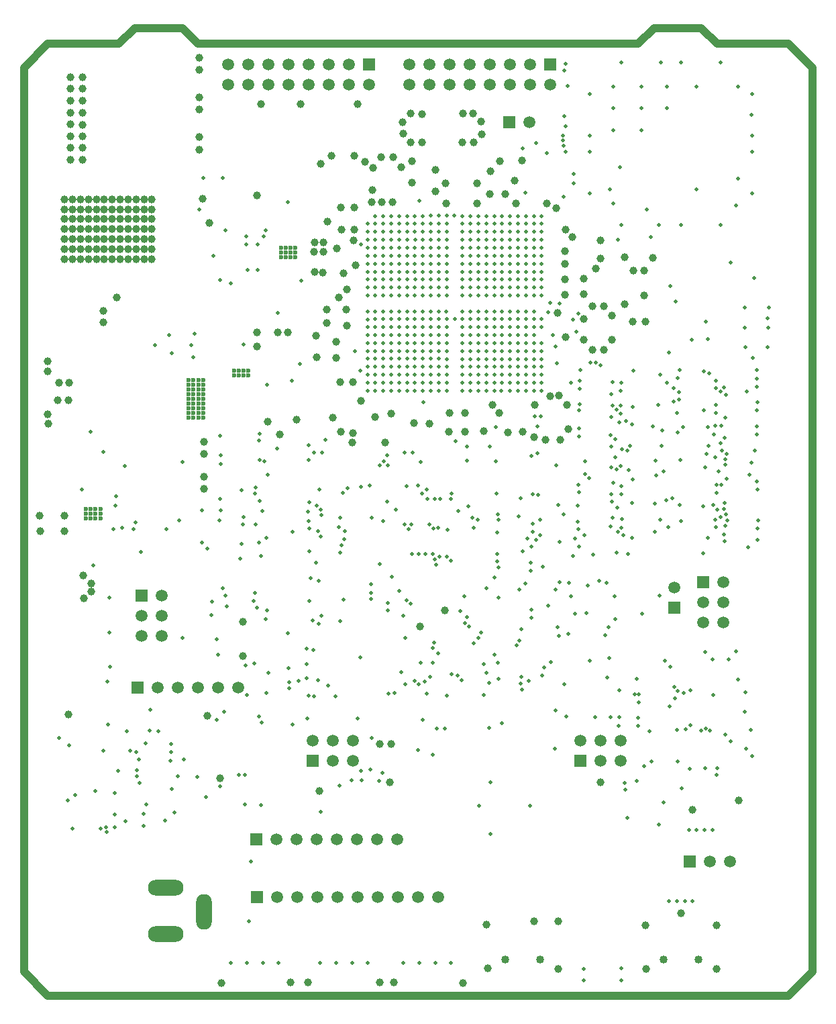
<source format=gbr>
G04 #@! TF.GenerationSoftware,KiCad,Pcbnew,5.0.0-rc2-dev-unknown-9f5316e~63~ubuntu17.10.1*
G04 #@! TF.CreationDate,2018-04-23T17:13:08+02:00*
G04 #@! TF.ProjectId,Cryptech Alpha,437279707465636820416C7068612E6B,rev?*
G04 #@! TF.SameCoordinates,Original*
G04 #@! TF.FileFunction,Copper,L7,Inr,Plane*
G04 #@! TF.FilePolarity,Positive*
%FSLAX46Y46*%
G04 Gerber Fmt 4.6, Leading zero omitted, Abs format (unit mm)*
G04 Created by KiCad (PCBNEW 5.0.0-rc2-dev-unknown-9f5316e~63~ubuntu17.10.1) date Mon Apr 23 17:13:08 2018*
%MOMM*%
%LPD*%
G01*
G04 APERTURE LIST*
%ADD10C,1.500000*%
%ADD11R,1.500000X1.500000*%
%ADD12C,1.016000*%
%ADD13O,2.000000X4.500000*%
%ADD14O,4.500000X2.000000*%
%ADD15C,0.500000*%
%ADD16C,1.000000*%
%ADD17C,0.600000*%
%ADD18C,1.000000*%
G04 APERTURE END LIST*
D10*
X36580000Y-6000000D03*
X54360000Y-6000000D03*
X51820000Y-6000000D03*
X49280000Y-6000000D03*
X46740000Y-6000000D03*
X44200000Y-6000000D03*
X41660000Y-6000000D03*
X39120000Y-6000000D03*
X34040000Y-6000000D03*
D11*
X31500000Y-6000000D03*
X84160740Y30530000D03*
D10*
X84160740Y33070000D03*
D12*
X67209800Y-13884000D03*
X62800000Y-13884000D03*
X82800000Y-13884000D03*
X87209800Y-13884000D03*
D10*
X29133790Y20421600D03*
X26593790Y20421600D03*
X24053790Y20421600D03*
X21513790Y20421600D03*
X18973790Y20421600D03*
D11*
X16433790Y20421600D03*
X38506390Y11252200D03*
D10*
X38506390Y13792200D03*
X41046390Y11252200D03*
X41046390Y13792200D03*
X43586390Y11252200D03*
X43586390Y13792200D03*
X77444590Y13792200D03*
X77444590Y11252200D03*
X74904590Y13792200D03*
X74904590Y11252200D03*
X72364590Y13792200D03*
D11*
X72364590Y11252200D03*
D13*
X24800000Y-7800000D03*
D14*
X20000000Y-10600000D03*
X20000000Y-4800000D03*
D10*
X65916800Y91744800D03*
D11*
X63376800Y91744800D03*
X87847000Y33705800D03*
D10*
X90387000Y33705800D03*
X87847000Y31165800D03*
X90387000Y31165800D03*
X87847000Y28625800D03*
X90387000Y28625800D03*
X91219330Y-1500000D03*
X88679330Y-1500000D03*
D11*
X86139330Y-1500000D03*
X16980000Y32015000D03*
D10*
X19520000Y32015000D03*
X16980000Y29475000D03*
X19520000Y29475000D03*
X16980000Y26935000D03*
X19520000Y26935000D03*
X49190000Y1300000D03*
D11*
X31410000Y1300000D03*
D10*
X33950000Y1300000D03*
X36490000Y1300000D03*
X39030000Y1300000D03*
X41570000Y1300000D03*
X44110000Y1300000D03*
X46650000Y1300000D03*
X50692990Y96494600D03*
X50692990Y99034600D03*
X53232990Y96494600D03*
X53232990Y99034600D03*
X55772990Y96494600D03*
X55772990Y99034600D03*
X58312990Y96494600D03*
X58312990Y99034600D03*
X60852990Y96494600D03*
X60852990Y99034600D03*
X63392990Y96494600D03*
X63392990Y99034600D03*
X65932990Y96494600D03*
X65932990Y99034600D03*
X68472990Y96494600D03*
D11*
X68472990Y99034600D03*
X45689190Y99034600D03*
D10*
X45689190Y96494600D03*
X43149190Y99034600D03*
X43149190Y96494600D03*
X40609190Y99034600D03*
X40609190Y96494600D03*
X38069190Y99034600D03*
X38069190Y96494600D03*
X35529190Y99034600D03*
X35529190Y96494600D03*
X32989190Y99034600D03*
X32989190Y96494600D03*
X30449190Y99034600D03*
X30449190Y96494600D03*
X27909190Y99034600D03*
X27909190Y96494600D03*
D15*
X84500000Y-6500000D03*
X72725000Y-16500000D03*
X83500000Y-6500000D03*
X72750000Y-15000000D03*
X85500000Y-6500000D03*
X77496220Y-14963590D03*
X86500000Y-6500000D03*
X77496220Y-16469460D03*
X66000000Y5500000D03*
D16*
X60660000Y-14963590D03*
X80500000Y-9536420D03*
X89500000Y-15000000D03*
X89487400Y-9500000D03*
X80660000Y-15067780D03*
X69488400Y-15000000D03*
X69488400Y-9000000D03*
X60500000Y-9413610D03*
X85000000Y-8000000D03*
X66500000Y-9000000D03*
X35750000Y-16750000D03*
X57500000Y-16800000D03*
X48750000Y-16750000D03*
X47000000Y-16750000D03*
X37982000Y-16750000D03*
X27000000Y-16800000D03*
D15*
X30530800Y-9000000D03*
X30750000Y-1500000D03*
X8250000Y2654120D03*
X11772170Y2692730D03*
D16*
X43593770Y52492120D03*
D15*
X84554130Y15100740D03*
X87550000Y15025000D03*
X88679330Y15000730D03*
X89125000Y19525000D03*
X12100590Y12500610D03*
X16700000Y8425000D03*
X13550000Y4400000D03*
X11125000Y7400000D03*
X88993380Y2527420D03*
X87997700Y2527420D03*
X86998520Y2477410D03*
X86000000Y2477410D03*
X53950000Y44200000D03*
X54627670Y44227160D03*
X58700000Y41823870D03*
X58827870Y40551980D03*
X47427310Y41402020D03*
X95952200Y63352200D03*
X96152200Y68401800D03*
X95952200Y67001800D03*
X96052200Y65834400D03*
X15550000Y12450000D03*
X17425000Y13425000D03*
X16275000Y12325000D03*
X13600000Y7175000D03*
X17512500Y5687500D03*
X45500000Y-14250000D03*
X41500000Y-14250000D03*
X39500000Y-14250000D03*
X43500000Y-14250000D03*
X34250000Y-14250000D03*
X30255000Y-14250000D03*
X28250000Y-14250000D03*
X32250000Y-14250000D03*
X52000000Y-14250000D03*
X56000000Y-14250000D03*
X54000000Y-14250000D03*
X50000000Y-14250000D03*
D16*
X8000000Y88514570D03*
X9500000Y88494600D03*
X9500000Y87000000D03*
X8000000Y87019970D03*
X8000000Y91439570D03*
X9500000Y91419600D03*
X9500000Y89925000D03*
X8000000Y89944970D03*
X8000000Y94439570D03*
X9500000Y94419600D03*
X9500000Y92925000D03*
X8000000Y92944970D03*
X8000000Y95944970D03*
X9500000Y95925000D03*
X9500000Y97419600D03*
X8000000Y97439570D03*
D15*
X85575000Y15200000D03*
X86229210Y15700770D03*
X50446300Y77889100D03*
X48440000Y69888100D03*
X47449000Y69888100D03*
X46433100Y69888100D03*
X58453420Y69892820D03*
X54434100Y69888100D03*
X54434100Y67889500D03*
X54434100Y66889500D03*
X54434100Y70904100D03*
X53443500Y69888100D03*
X59453420Y67884780D03*
X53443500Y66889500D03*
X53443500Y70904100D03*
X52452900Y69888100D03*
X53443500Y71894700D03*
X53443500Y65889500D03*
X54434100Y72885300D03*
X52452900Y71894700D03*
X53443500Y72885300D03*
X52452900Y65889500D03*
X53443500Y64889500D03*
X51436900Y69888100D03*
X51436900Y67889500D03*
X51436900Y70904100D03*
X54434100Y73901300D03*
X52452900Y72885300D03*
X53443500Y63889500D03*
X51436900Y65889500D03*
X50446300Y67889500D03*
X62453420Y69892820D03*
X62453420Y67884780D03*
X52452900Y63889500D03*
X50446300Y66889500D03*
X58448700Y74891900D03*
X50446300Y70904100D03*
X54434100Y74891900D03*
X52452900Y73901300D03*
X62448700Y70904100D03*
X51436900Y64889500D03*
X50446300Y71894700D03*
X50446300Y65889500D03*
X59448700Y74891900D03*
X62448700Y71894700D03*
X62453420Y65884780D03*
X51436900Y63889500D03*
X51436900Y73901300D03*
X49455700Y67889500D03*
X50446300Y72885300D03*
X52452900Y62889500D03*
X50446300Y64889500D03*
X60448700Y74891900D03*
X63453420Y69892820D03*
X62453420Y64884770D03*
X58448700Y75882500D03*
X49455700Y70904100D03*
X58453420Y61884780D03*
X63453420Y66884780D03*
X54434100Y61889500D03*
X53443500Y61889500D03*
X63448700Y71894700D03*
X63453420Y65884780D03*
X61448700Y74891900D03*
X61453430Y62884780D03*
X62453420Y63884770D03*
X50446300Y73901300D03*
X51436900Y62889500D03*
X49455700Y72885300D03*
X49455700Y64889500D03*
X60448700Y75882500D03*
X52452900Y61889500D03*
X63448700Y72885300D03*
X64453420Y69892820D03*
X57448700Y76898500D03*
X64453420Y66884780D03*
X64448700Y70904100D03*
X48439700Y66889500D03*
X58448700Y76898500D03*
X48439700Y70904100D03*
X50446300Y62889500D03*
X62448700Y74891900D03*
X62453420Y62884780D03*
X49455700Y63889500D03*
X49455700Y73901300D03*
X51436900Y75882500D03*
X64448700Y71894700D03*
X59453420Y60884780D03*
X64453420Y65884780D03*
X63453420Y63884770D03*
X48439700Y71894700D03*
X48439700Y65889500D03*
X59448700Y76898500D03*
X52452900Y60889500D03*
X64448700Y72885300D03*
X48439700Y72885300D03*
X48439700Y64889500D03*
X49455700Y74891900D03*
X49455700Y62889500D03*
X62448700Y75882500D03*
X57448700Y77889100D03*
X65453430Y69892820D03*
X65453430Y67884780D03*
X47449100Y66889500D03*
X65453430Y66884780D03*
X65448700Y70904100D03*
X61453430Y60884780D03*
X64453420Y63884770D03*
X61448700Y76898500D03*
X64448700Y73901300D03*
X47449100Y71894700D03*
X47449100Y65889500D03*
X59448700Y77889100D03*
X59453420Y59884770D03*
X49455700Y75882500D03*
X47449100Y72885300D03*
X60448700Y77889100D03*
X65448700Y72885300D03*
X60453420Y59884770D03*
X65453430Y64884770D03*
X64448700Y74891900D03*
X62453420Y60884780D03*
X48439700Y74891900D03*
X62448700Y76898500D03*
X66453420Y67884780D03*
X46433100Y67889500D03*
X57448700Y78905100D03*
X47449100Y63889500D03*
X61448700Y77889100D03*
X47449100Y73901300D03*
X58453420Y58884780D03*
X66453420Y66884780D03*
X66448700Y70904100D03*
X65453430Y63884770D03*
X65448700Y73901300D03*
X58448700Y78905100D03*
X46433100Y70904100D03*
X66448700Y71894700D03*
X66453420Y65884780D03*
X46433100Y71894700D03*
X59448700Y78905100D03*
X48439700Y75882500D03*
X63453420Y60884780D03*
X63448700Y76898500D03*
X47449100Y74891900D03*
X66448700Y72885300D03*
X65448700Y74891900D03*
X66453420Y64884770D03*
X60448700Y78905100D03*
X67453420Y69892820D03*
X45442500Y67889500D03*
X66448700Y73901300D03*
X46433100Y63889500D03*
X61448700Y78905100D03*
X46433100Y73901300D03*
X58448700Y79895700D03*
X45442500Y70904100D03*
X67448700Y70904100D03*
X64453420Y60884780D03*
X65448700Y75882500D03*
X63448700Y77889100D03*
X45442500Y71894700D03*
X67448700Y71894700D03*
X67453420Y65884780D03*
X46433100Y74891900D03*
X50446300Y78905100D03*
X46433100Y62889500D03*
X62448700Y78905100D03*
X45442500Y72885300D03*
X60448700Y79895700D03*
X64448700Y77889100D03*
X47449100Y76898500D03*
X48439700Y77889100D03*
X45442500Y73901300D03*
X67448700Y73901300D03*
X66448700Y75882500D03*
X46433100Y75882500D03*
X63448700Y78905100D03*
X67448700Y74891900D03*
X62448700Y79895700D03*
X66448700Y76898500D03*
X46433100Y60889500D03*
X64448700Y78905100D03*
X46433100Y76898500D03*
X45442500Y75882500D03*
X67448700Y75882500D03*
X45442500Y61889500D03*
X66448700Y77889100D03*
X66453420Y59884770D03*
X64448700Y79895700D03*
X45442500Y76898500D03*
X67448700Y76898500D03*
X66448700Y78905100D03*
X45442500Y78905100D03*
X67448700Y78905100D03*
X67448700Y79895700D03*
X51475000Y76875000D03*
X52450000Y76875000D03*
X63453420Y62884780D03*
X75850000Y28075000D03*
X47025000Y36050000D03*
X37750000Y23375000D03*
X24585000Y42815000D03*
X76675000Y31975000D03*
X56100000Y44900000D03*
D16*
X52125000Y28150000D03*
D15*
X65350000Y33525000D03*
X71425000Y37075000D03*
X70500000Y91250000D03*
X92207800Y84632800D03*
X79450000Y21550000D03*
X69113400Y12736600D03*
X51436900Y77889100D03*
D16*
X46125000Y85949990D03*
X40950000Y87500000D03*
X47175000Y87350000D03*
X48700000Y87325000D03*
D15*
X55450100Y75882500D03*
X57448700Y75882500D03*
X72202200Y58097800D03*
X52550000Y56400000D03*
D16*
X55225000Y30175000D03*
D15*
X57453420Y67884780D03*
X58453420Y67884780D03*
X57448700Y70904100D03*
X58453420Y66884780D03*
X55450100Y71894700D03*
X59453420Y69892820D03*
X57453420Y65884780D03*
X58448700Y71894700D03*
X59453420Y66884780D03*
X54434100Y65889500D03*
X59448700Y70904100D03*
X52452900Y67889500D03*
X57448700Y72885300D03*
X55445380Y64884770D03*
X60453420Y69892820D03*
X59453420Y65884780D03*
X52452900Y70904100D03*
X58453420Y64884770D03*
X60453420Y66884780D03*
X59448700Y72885300D03*
X60448700Y71894700D03*
X57453420Y63884770D03*
X61453430Y67884780D03*
X55450100Y73901300D03*
X61448700Y70904100D03*
X51436900Y66889500D03*
X58448700Y73901300D03*
X60453420Y64884770D03*
X59453420Y63884770D03*
X61453430Y65884780D03*
X53443500Y73901300D03*
X59448700Y73901300D03*
X57448700Y74891900D03*
X61448700Y72885300D03*
X62453420Y66884780D03*
X60448700Y73901300D03*
X53443500Y62889500D03*
X61453430Y63884770D03*
X61448700Y73901300D03*
X49455700Y69888100D03*
X57453420Y61884780D03*
X63453420Y67884780D03*
X49455700Y66889500D03*
X63448700Y70904100D03*
X49455700Y71894700D03*
X59448700Y75882500D03*
X59453420Y61884780D03*
X50446300Y63889500D03*
X62448700Y73901300D03*
X60453420Y61884780D03*
X55450100Y76898500D03*
X48439700Y67889500D03*
X54434100Y76898500D03*
X50446300Y74891900D03*
X61448700Y75882500D03*
X61453430Y61884780D03*
X63448700Y73901300D03*
X60453420Y60884780D03*
X60448700Y76898500D03*
X55450100Y77889100D03*
X50446300Y61889500D03*
X63448700Y74891900D03*
X58448700Y77889100D03*
X65453430Y65884780D03*
X63448700Y75882500D03*
X47449100Y64889500D03*
X52452900Y59889500D03*
X64453420Y62884780D03*
X55445380Y58884780D03*
X66453420Y69892820D03*
X55450100Y78905100D03*
X49455700Y60889500D03*
X64448700Y75882500D03*
X48439700Y61889500D03*
X62448700Y77889100D03*
X46433100Y72885300D03*
X45442500Y69888100D03*
X57448700Y79895700D03*
X64448700Y76898500D03*
X48439700Y76898500D03*
X47449100Y75882500D03*
X63453420Y59884770D03*
X59453420Y57884780D03*
X59448700Y79895700D03*
X67448700Y72885300D03*
X48439700Y59889500D03*
X65448700Y76898500D03*
X61448700Y79895700D03*
X49455700Y58889500D03*
X46433100Y61889500D03*
X65448700Y77889100D03*
X48439700Y78905100D03*
X67453420Y61884780D03*
X63448700Y79895700D03*
X65448700Y78905100D03*
X66453420Y58884780D03*
X65448700Y79895700D03*
X45442500Y58889500D03*
X66448700Y79895700D03*
X46431200Y78909800D03*
X56413400Y79959200D03*
D16*
X7250000Y82000000D03*
X8250000Y82000000D03*
X9250000Y82000000D03*
X10250000Y82000000D03*
X11250000Y82000000D03*
X12250000Y82000000D03*
X13250000Y82000000D03*
X14250000Y82000000D03*
X15250000Y82000000D03*
X16250000Y82000000D03*
X17250000Y82000000D03*
X18250000Y82000000D03*
X18250000Y80750000D03*
X17250000Y80750000D03*
X16250000Y80750000D03*
X15250000Y80750000D03*
X14250000Y80750000D03*
X13250000Y80750000D03*
X12250000Y80750000D03*
X11250000Y80750000D03*
X10250000Y80750000D03*
X9250000Y80750000D03*
X8250000Y80750000D03*
X7250000Y80750000D03*
X18250000Y79500000D03*
X17250000Y79500000D03*
X16250000Y79500000D03*
X15250000Y79500000D03*
X14250000Y79500000D03*
X13250000Y79500000D03*
X12250000Y79500000D03*
X11250000Y79500000D03*
X10250000Y79500000D03*
X9250000Y79500000D03*
X8250000Y79500000D03*
X7250000Y79500000D03*
X18250000Y78250000D03*
X17250000Y78250000D03*
X16250000Y78250000D03*
X15250000Y78250000D03*
X14250000Y78250000D03*
X13250000Y78250000D03*
X12250000Y78250000D03*
X11250000Y78250000D03*
X10250000Y78250000D03*
X9250000Y78250000D03*
X8250000Y78250000D03*
X7250000Y78250000D03*
X18250000Y77000000D03*
X17250000Y77000000D03*
X16250000Y77000000D03*
X15250000Y77000000D03*
X14250000Y77000000D03*
X13250000Y77000000D03*
X12250000Y77000000D03*
X11250000Y77000000D03*
X10250000Y77000000D03*
X9250000Y77000000D03*
X8250000Y77000000D03*
X7250000Y77000000D03*
X18250000Y75750000D03*
X17250000Y75750000D03*
X16250000Y75750000D03*
X15250000Y75750000D03*
X14250000Y75750000D03*
X13250000Y75750000D03*
X12250000Y75750000D03*
X11250000Y75750000D03*
X10250000Y75750000D03*
X9250000Y75750000D03*
X8250000Y75750000D03*
X7250000Y75750000D03*
X18250000Y74500000D03*
X17250000Y74500000D03*
X16250000Y74500000D03*
X15250000Y74500000D03*
X14250000Y74500000D03*
X13250000Y74500000D03*
X12250000Y74500000D03*
X11250000Y74500000D03*
X10250000Y74500000D03*
X9250000Y74500000D03*
X8250000Y74500000D03*
X7250000Y74500000D03*
X39025000Y62075000D03*
X41475000Y62025000D03*
X41050000Y54450000D03*
X51300000Y53800000D03*
X55700000Y52700000D03*
X55775000Y55075000D03*
X67950000Y51650000D03*
X69750040Y51650000D03*
X70500000Y64675000D03*
X72750000Y64300000D03*
X76325000Y64300000D03*
X73825000Y63050000D03*
X75325000Y63050000D03*
X70375000Y71950000D03*
X72750000Y72025000D03*
X80400000Y73050000D03*
X78975000Y73025000D03*
X77925000Y74700000D03*
X81450000Y74625000D03*
X70350000Y73825000D03*
X74825000Y74525000D03*
X69275000Y80925000D03*
X68125000Y81450000D03*
X62875000Y82675000D03*
X55350000Y81525000D03*
X55325000Y84000000D03*
X62200000Y86850000D03*
X61000000Y85575000D03*
X54025000Y85750000D03*
X54025000Y83050000D03*
X49725000Y86075000D03*
X52300000Y89200000D03*
X50925000Y89175000D03*
X50925000Y92800000D03*
X52300000Y92775000D03*
X49925000Y91725000D03*
X49950000Y90275000D03*
X39525000Y86450000D03*
X42075010Y80975000D03*
X42200000Y78175000D03*
X42450000Y72675000D03*
X42875000Y66100000D03*
X40350000Y66375000D03*
X38775000Y76600000D03*
X39900000Y76600000D03*
X40375000Y79200000D03*
X38775000Y72825000D03*
X39825000Y72800000D03*
X38750000Y75425000D03*
X39875000Y75375000D03*
X24275000Y99850000D03*
X24275000Y98350000D03*
X24275000Y94850000D03*
X24275000Y93350000D03*
X24275000Y89850000D03*
X24275000Y88250000D03*
X5150000Y53724980D03*
X5100000Y54900000D03*
X6400000Y56700000D03*
X7700000Y56700000D03*
X7800000Y58900000D03*
X6500000Y58900000D03*
X5100000Y61600000D03*
X5100000Y60300000D03*
X12100000Y67900000D03*
X12100000Y66500000D03*
X13800000Y69600000D03*
X32900000Y54000000D03*
X36500000Y54200000D03*
X24800000Y51400000D03*
X24800000Y49900000D03*
X24800000Y47000000D03*
X24800000Y45500000D03*
X7200000Y40150000D03*
X7200000Y42100000D03*
X4150000Y40150000D03*
X4100000Y42100000D03*
X29750000Y24450000D03*
X92300000Y6200000D03*
X86425000Y5075000D03*
X74850000Y8475000D03*
X48275000Y8500000D03*
X26850000Y8975000D03*
X7750000Y17050000D03*
X25275000Y16900000D03*
X43549990Y51350000D03*
X74300000Y73300000D03*
D15*
X94100000Y62000000D03*
X93300000Y57800000D03*
X94600000Y58400000D03*
X94600000Y55400000D03*
X94600000Y52400000D03*
X94676800Y45423200D03*
X94795600Y41495600D03*
X93500000Y38100000D03*
X79000000Y60400000D03*
X77505400Y58894600D03*
X77424400Y56024400D03*
X73556800Y61456800D03*
X72128800Y52128800D03*
X60934600Y50865400D03*
X56588800Y51511200D03*
X50147600Y50052400D03*
X39717600Y50082400D03*
X31235800Y44935800D03*
X29821800Y41978200D03*
X29550000Y38550000D03*
X29417600Y36717600D03*
X27207800Y33007800D03*
X27550000Y32050000D03*
X31123000Y31377000D03*
X32700000Y39300000D03*
X39200000Y21400000D03*
X37800000Y21600000D03*
X40470200Y20729800D03*
D16*
X48450000Y13350000D03*
D15*
X55186200Y15313800D03*
X62400000Y15951200D03*
X67529000Y21971000D03*
X68584000Y23684000D03*
X67792600Y23007400D03*
X66156600Y30243400D03*
X66038400Y35161600D03*
X66285400Y41114600D03*
X65042800Y88442800D03*
X87923600Y60326400D03*
X89416000Y59166000D03*
X89454200Y56045800D03*
X88423600Y53326400D03*
X89487400Y45987400D03*
X89398000Y40648000D03*
X88439200Y39310800D03*
X48439700Y57889500D03*
D16*
X63200000Y52650000D03*
X60100000Y52800000D03*
D15*
X72150000Y55375000D03*
X58000000Y50825000D03*
X81450000Y53375000D03*
X72007600Y41392400D03*
X87800000Y43324000D03*
X43900000Y62875000D03*
X77453780Y45852240D03*
D16*
X66478240Y52027540D03*
X65053170Y52702570D03*
D15*
X72157800Y45042200D03*
X72117400Y38182600D03*
X78810800Y39310800D03*
X84599400Y11125600D03*
X81300000Y11150000D03*
X86131400Y10168600D03*
X89525000Y9425000D03*
X88100000Y10300000D03*
X89600000Y10275000D03*
X93163400Y19813400D03*
X88032000Y24968000D03*
X89032000Y24032000D03*
X83635400Y23039600D03*
X79655400Y18619600D03*
X83546400Y18103600D03*
X79600000Y15597000D03*
X81050000Y14900000D03*
X74225000Y16700000D03*
X12875000Y27375000D03*
X13000000Y23050000D03*
X12625000Y21175000D03*
X26600000Y24550000D03*
X51816000Y12559000D03*
X36000000Y15825000D03*
X19889200Y3689200D03*
X20750000Y7697600D03*
X21500000Y9225000D03*
X20625000Y11228200D03*
X22325000Y11375000D03*
X20686390Y12336400D03*
X8564000Y6886000D03*
X13575000Y2850000D03*
X53725000Y11975000D03*
X17225000Y4500000D03*
X17170000Y3000000D03*
X12717200Y15782800D03*
X73500000Y95250000D03*
X73500000Y90000000D03*
X73500000Y88000000D03*
X73500000Y82750000D03*
X77500000Y78750000D03*
X82250000Y78750000D03*
X85000000Y78750000D03*
X90000000Y78750000D03*
X94000000Y82750000D03*
X93954600Y92647600D03*
X90000000Y99250000D03*
X85000000Y99250000D03*
X82500000Y99250000D03*
X77500000Y99250000D03*
X76500000Y96250000D03*
X80000000Y96250000D03*
X83250000Y96250000D03*
X76500000Y93500000D03*
X80000000Y93500000D03*
X83250000Y93500000D03*
X76500000Y90750000D03*
X80000000Y90750000D03*
X76500000Y81500000D03*
X87000000Y83250000D03*
X92000000Y81250000D03*
X92250000Y96250000D03*
X94000000Y95250000D03*
X94000000Y90000000D03*
X94000000Y88000000D03*
X87000000Y96250000D03*
X70250000Y92500000D03*
X70250000Y98250000D03*
X70750000Y96338800D03*
X71500000Y85250000D03*
X71500000Y84000000D03*
X27200000Y84700000D03*
X27500000Y78100000D03*
X26831200Y71831200D03*
X28194000Y71431000D03*
X26050000Y74900000D03*
D16*
X25525000Y79000000D03*
X31525000Y82500000D03*
X32000000Y94000000D03*
X37000000Y94000000D03*
X44250000Y94000000D03*
D15*
X35375000Y81625000D03*
X30169400Y76344400D03*
X31580600Y76344400D03*
X30200000Y77300000D03*
X23225000Y63625000D03*
X23617800Y65082200D03*
X14833600Y48408600D03*
X14475000Y40625000D03*
X16217800Y41232200D03*
X32350000Y77375000D03*
X51970900Y81785740D03*
X53467000Y79925800D03*
X52451000Y74887200D03*
X51460400Y71890000D03*
X45448600Y66878200D03*
X68875000Y64900000D03*
X22150000Y48850000D03*
X21680000Y41545000D03*
X20125000Y40400000D03*
X40125000Y51675000D03*
X31823000Y49123000D03*
X50000000Y29475000D03*
X53275000Y40975000D03*
X76725000Y29075000D03*
X94239400Y72110600D03*
X91325000Y74000000D03*
D16*
X48450000Y55000000D03*
D15*
X44602400Y76352400D03*
D16*
X42875000Y70675000D03*
D15*
X68300000Y67775000D03*
D16*
X35400000Y65200000D03*
X31500000Y65200000D03*
X34100000Y65200000D03*
X31550000Y63475000D03*
X70800000Y53025000D03*
D15*
X35925000Y59100000D03*
D16*
X34425000Y52400000D03*
X42100000Y52675000D03*
D15*
X32600000Y29100000D03*
X44550000Y24225000D03*
X80125000Y29750000D03*
X82346800Y32003200D03*
X68264800Y30810200D03*
X71100000Y31975000D03*
X71625000Y29750000D03*
X73050000Y29800000D03*
D16*
X43725000Y76800000D03*
D15*
X70225000Y88750000D03*
X70144800Y89419800D03*
X70125000Y90075000D03*
X70225000Y82350000D03*
X15900780Y40426970D03*
D16*
X24617800Y82092800D03*
D15*
X67550000Y35675000D03*
X77503780Y40626980D03*
X78850000Y43750000D03*
X37875000Y16575000D03*
X42375000Y45025000D03*
X10850000Y35875000D03*
X16579200Y11375000D03*
X80350000Y10525000D03*
X85104150Y7750380D03*
X21076030Y4675230D03*
X25051220Y6675330D03*
X88135400Y15286200D03*
X84135120Y20567680D03*
D17*
X11745800Y41747200D03*
X11745800Y42347200D03*
X11745800Y42947200D03*
X11145800Y42947200D03*
X11145800Y42347200D03*
X11145800Y41747200D03*
X9945800Y41747200D03*
X9945800Y42347200D03*
X9945800Y42947200D03*
X10545800Y42947190D03*
X10545800Y42347190D03*
X10545800Y41747200D03*
X35758400Y75905600D03*
X35758400Y75305610D03*
X35758400Y74705610D03*
X36358400Y74705600D03*
X36358400Y75305600D03*
X36358400Y75905600D03*
X35158400Y75905600D03*
X35158400Y75305600D03*
X35158400Y74705600D03*
X34558400Y74705600D03*
X34558400Y75305600D03*
X34558400Y75905600D03*
X23509200Y54455200D03*
X23509200Y55055200D03*
X23509200Y55655200D03*
X22909200Y55655200D03*
X22909200Y55055200D03*
X22909200Y54455200D03*
X24109200Y54455210D03*
X24109200Y55055200D03*
X24109200Y55655200D03*
X24709200Y55655200D03*
X24709200Y55055200D03*
X24709200Y54455200D03*
X23509200Y56255200D03*
X23509200Y56855200D03*
X23509200Y57455200D03*
X22909200Y57455200D03*
X22909200Y56855200D03*
X22909200Y56255200D03*
X24109200Y56255210D03*
X24109200Y56855200D03*
X24109200Y57455200D03*
X24709200Y57455200D03*
X24709200Y56855200D03*
X24709200Y56255200D03*
X29234200Y59830200D03*
X29234200Y60430200D03*
X28634200Y60430200D03*
X28634200Y59830200D03*
X29834200Y59830200D03*
X29834200Y60430200D03*
X30434200Y60430200D03*
X30434200Y59830200D03*
X24709200Y58055210D03*
X24709200Y58655200D03*
X24709200Y59255200D03*
X24109200Y59255200D03*
X24109200Y58655200D03*
X24109200Y58055210D03*
X22909200Y58055210D03*
X22909200Y58655200D03*
X22909200Y59255200D03*
X23509200Y59255200D03*
X23509200Y58655200D03*
X23509200Y58055200D03*
D15*
X61000000Y8475000D03*
X61000000Y2000000D03*
X59500000Y5500000D03*
X48500000Y34425000D03*
X55550000Y40375000D03*
X45925000Y33475000D03*
X37982000Y42621260D03*
X66313640Y44843000D03*
X46000000Y41875000D03*
X67250000Y41600000D03*
X48002340Y31126520D03*
X64800000Y44350000D03*
X61975000Y35600000D03*
X61725000Y44875000D03*
X42025000Y37425000D03*
X61850000Y37250000D03*
X45975000Y14125000D03*
X41900000Y8075000D03*
X47352310Y9725470D03*
X46925000Y8700000D03*
X45800000Y10100000D03*
X44727180Y8725430D03*
X43450000Y8750000D03*
X44625000Y9925000D03*
X53925000Y36600000D03*
X54125000Y35950000D03*
X50427460Y31451530D03*
X50925000Y31000000D03*
X52675000Y21200000D03*
X56050000Y22150000D03*
X56825000Y21925000D03*
X57300000Y21400000D03*
X58175000Y43325000D03*
X56875000Y42700000D03*
X54402650Y40626980D03*
X53752660Y40497330D03*
X47449100Y78905100D03*
X50975000Y41000000D03*
X39025000Y43400000D03*
X47449100Y79895700D03*
X38126860Y43852140D03*
X47902340Y43877140D03*
X49455700Y79895700D03*
X39575000Y42900000D03*
X50152450Y41002000D03*
X48439700Y79895700D03*
X50650000Y40400000D03*
X39650000Y42225000D03*
X24000000Y9200000D03*
X30276480Y19475950D03*
X38650000Y25150000D03*
X45925000Y31650000D03*
X30026470Y9425460D03*
X56000000Y36425000D03*
X37800000Y25325000D03*
X45900000Y32375000D03*
X29238280Y9450000D03*
X55500000Y36950000D03*
X55452710Y19425950D03*
X44250000Y16550000D03*
X57975000Y29350000D03*
X26876310Y8025390D03*
X69175000Y32800000D03*
X57777820Y28551390D03*
X76125000Y16750000D03*
X51925000Y37300000D03*
X41400000Y19300000D03*
X48439700Y60889500D03*
X76050000Y83275000D03*
X56450000Y66925000D03*
X50446300Y59889500D03*
X90000000Y51300000D03*
X35400000Y27300000D03*
X72900000Y49000000D03*
X51436900Y57889500D03*
X90500000Y51900000D03*
X76700000Y51800000D03*
X39300000Y28500000D03*
X51436900Y58889500D03*
X76100000Y52300000D03*
X38500000Y28900000D03*
X89150000Y52350000D03*
X84625000Y52575000D03*
X51436900Y59889500D03*
X78103810Y54077640D03*
X32800000Y30200000D03*
X50446300Y57889500D03*
X38100000Y31400000D03*
X82654030Y52852580D03*
X77228770Y53902630D03*
X54434100Y58889500D03*
X39600000Y29500000D03*
X88504320Y50952490D03*
X78603840Y50952490D03*
X78290380Y50290380D03*
X90200000Y50300000D03*
X54434100Y57889500D03*
X45700000Y45900000D03*
X47900000Y49700000D03*
X52452900Y58889500D03*
X77600000Y50500000D03*
X88225000Y49875000D03*
X47000000Y48500000D03*
X52452900Y57889500D03*
X89300000Y49500000D03*
X76253790Y50864570D03*
X47499900Y48999900D03*
X54434100Y59889500D03*
X84925000Y49125000D03*
X81825000Y49075000D03*
X48000000Y48500000D03*
X53443500Y58889500D03*
X82554030Y50952490D03*
X69275000Y48425000D03*
X90600000Y49200000D03*
X53443500Y59889500D03*
X42925000Y45600000D03*
X77425000Y48400000D03*
X58453420Y57884780D03*
X89800000Y47700000D03*
X81850000Y47225000D03*
X61450000Y34300000D03*
X66453420Y61884780D03*
X64625000Y32800000D03*
X76700000Y49500000D03*
X55445380Y57884780D03*
X90799820Y49899900D03*
X60450000Y32950000D03*
X60453420Y57884780D03*
X94300000Y50300000D03*
X78903850Y46677280D03*
X61975000Y31828260D03*
X59453420Y58884780D03*
X61900000Y42300000D03*
X60453420Y58884780D03*
X62000000Y41600000D03*
X61453430Y59884770D03*
X64553150Y42025000D03*
X46433100Y57889500D03*
X35600000Y20400000D03*
X45442500Y57889500D03*
X35600000Y21100000D03*
X36800000Y21300000D03*
X47449100Y57889500D03*
X46433100Y59889500D03*
X35500000Y22900000D03*
X45442500Y59889500D03*
X32700000Y19800000D03*
X48900000Y19800000D03*
X49455700Y57889500D03*
X48439700Y58889500D03*
X48100000Y19650000D03*
X57453420Y60884780D03*
X59350000Y41625000D03*
X61453430Y57884780D03*
X61825000Y39975000D03*
X90425000Y39775000D03*
X77100000Y40075000D03*
X62375000Y57875000D03*
X76150000Y40800000D03*
X65675000Y39200000D03*
X90625000Y40875000D03*
X90879430Y41527030D03*
X67453420Y62884780D03*
X76400000Y41900000D03*
X59475000Y26725000D03*
X66453420Y62884780D03*
X90675000Y42300000D03*
X71675000Y39275000D03*
X58900000Y26050000D03*
X57453420Y57884780D03*
X90425000Y43000000D03*
X76953760Y43102100D03*
X55975000Y44200000D03*
X57440220Y58884780D03*
X53025000Y44200000D03*
X90525000Y43725000D03*
X76325000Y43875000D03*
X57453420Y59884770D03*
X50377460Y45877240D03*
X83175000Y44050000D03*
X55445380Y59884770D03*
X52150000Y48900000D03*
X83950000Y44325000D03*
X49455700Y59889500D03*
X51875000Y45950000D03*
X84850000Y43475000D03*
X46433100Y58889500D03*
X52300000Y44900000D03*
X89054350Y43475000D03*
X69525000Y43475000D03*
X47449100Y60889500D03*
X52975000Y45400000D03*
X81711360Y43656990D03*
X89600000Y42900000D03*
X52452900Y66889500D03*
X90025000Y41925000D03*
X82400000Y41600000D03*
X47449100Y62889500D03*
X76250000Y44850000D03*
X83375000Y40650000D03*
X67453420Y58884780D03*
X85000000Y41450000D03*
X67025000Y44750000D03*
X67453420Y57884780D03*
X81750000Y40100000D03*
X66453420Y57884780D03*
X90500000Y38900000D03*
X77725000Y39625000D03*
X76900000Y37425000D03*
X65453430Y57884780D03*
X90575000Y54450000D03*
X76200000Y54575000D03*
X65453430Y59884770D03*
X84475000Y55075000D03*
X66900000Y50025000D03*
X65453430Y58884780D03*
X84075000Y56550000D03*
X66128230Y49652420D03*
X63453420Y58884780D03*
X84754140Y56752770D03*
X67353290Y54652670D03*
X90725000Y57325000D03*
X63449880Y57874880D03*
X76250000Y57425000D03*
X66875000Y53375000D03*
X76400000Y58925000D03*
X64900000Y21769670D03*
X90404410Y58327850D03*
X64453420Y59884770D03*
X69375000Y61325000D03*
X64775000Y20975000D03*
X84575000Y59500000D03*
X71175000Y58850000D03*
X64453420Y58884780D03*
X84879140Y60477950D03*
X64453420Y61884780D03*
X62003030Y21576050D03*
X82375000Y59900000D03*
X88600000Y60075000D03*
X74300000Y61425000D03*
X58453420Y60884780D03*
X61925000Y23600000D03*
X83225000Y58875000D03*
X60825000Y21075000D03*
X64453420Y64884770D03*
X83525000Y62675000D03*
X60500000Y22300000D03*
X84100000Y58200000D03*
X74875000Y61050000D03*
X55445380Y60884780D03*
X90000000Y57807000D03*
X60125000Y23425000D03*
X53443500Y60889500D03*
X84750000Y57725010D03*
X86400000Y64325000D03*
X47449100Y61889500D03*
X82175000Y56100000D03*
X84350000Y69125000D03*
X32068820Y16075000D03*
X49455700Y61889500D03*
X78900000Y55800000D03*
X88450000Y64375000D03*
X31728800Y16775000D03*
X31175000Y23525000D03*
X46433100Y64889500D03*
X76875000Y55525000D03*
X87900000Y55425000D03*
X76428730Y56027730D03*
X30050000Y23275000D03*
X46433100Y65889500D03*
X90100000Y53450000D03*
X93675000Y47300000D03*
X76471760Y46265120D03*
X52200000Y23550000D03*
X90137400Y45987410D03*
X78450000Y47850000D03*
X53725000Y23550000D03*
X85279160Y53302600D03*
X69700000Y38825000D03*
X53700000Y25400000D03*
X78875000Y53650000D03*
X89325000Y53450000D03*
X53900000Y26100000D03*
X63453420Y61884780D03*
X57200000Y30075000D03*
X50446300Y60889500D03*
X51436900Y60889500D03*
X62453420Y59884770D03*
X66575000Y54675000D03*
X57700000Y31950000D03*
X66175000Y38200000D03*
X62453420Y58884780D03*
X61653010Y53252600D03*
X64950000Y20225000D03*
X66725000Y39050000D03*
X72950000Y47350000D03*
X42150000Y38425000D03*
X64875000Y27800000D03*
X53350000Y21800000D03*
X88054300Y48177350D03*
X76900000Y47950000D03*
X71950000Y43425000D03*
X82825000Y47700000D03*
X67225000Y39650000D03*
X51377510Y21301040D03*
X93885400Y48810400D03*
X78300000Y37325000D03*
X54350000Y24800000D03*
X38975000Y36175000D03*
X38125000Y37650000D03*
X49750000Y22375000D03*
X70228430Y42252060D03*
X76228260Y48175000D03*
X90575000Y48525000D03*
X44625000Y45775000D03*
X73450000Y46875000D03*
X90775000Y46775000D03*
X48439700Y63889500D03*
X25800000Y31300000D03*
X25775000Y29575000D03*
X45442500Y64889500D03*
X45442500Y65889500D03*
X55441360Y69896840D03*
X57448700Y73901300D03*
X22100000Y26750000D03*
X78275000Y4000000D03*
X50250000Y20900000D03*
X26900000Y48675000D03*
X39400000Y45425000D03*
X49455700Y78905100D03*
X70450000Y99125000D03*
X50446300Y76898500D03*
X65400000Y82800000D03*
X53443500Y75882500D03*
X54434100Y75882500D03*
X55448200Y79959200D03*
X54457600Y79959200D03*
X54434100Y77889100D03*
X54434100Y78905100D03*
X52452900Y79895700D03*
X52452900Y78905100D03*
X51436900Y79895700D03*
X52452900Y77889100D03*
X51436900Y78905100D03*
X53443500Y76898500D03*
X49455700Y77889100D03*
X46433100Y79895700D03*
X47449100Y77889100D03*
X45442500Y77889100D03*
X65453430Y62884780D03*
X69225000Y63425000D03*
X67453420Y63884770D03*
X45442500Y60889500D03*
X49075000Y42875000D03*
X77950000Y8400000D03*
X47449100Y58889500D03*
X51900000Y20850000D03*
X77975000Y7550000D03*
X55445380Y62884780D03*
X71409770Y66809780D03*
X88175000Y66575000D03*
X53443500Y74891900D03*
X65024990Y37656640D03*
X51436900Y74891900D03*
X61850000Y36375000D03*
X50446300Y75882500D03*
X52950000Y19675000D03*
X53443500Y77889100D03*
X52450000Y16375000D03*
X55445380Y61884780D03*
X71775000Y65350000D03*
X54434100Y64889500D03*
X68475000Y68975000D03*
X54434100Y62889500D03*
X72050000Y67575000D03*
X54434100Y63889500D03*
X69675000Y68889000D03*
X57453420Y62884780D03*
X58453420Y62884780D03*
X59453420Y62884780D03*
X55445380Y66884780D03*
X32900000Y47275000D03*
X42025000Y41900000D03*
X38275000Y34225000D03*
X41850000Y40650000D03*
X39275000Y33925000D03*
X42500000Y39150000D03*
X36000000Y40100000D03*
X39525000Y39475000D03*
X42575000Y40175000D03*
X49475000Y32650000D03*
X26475000Y26525000D03*
X55450100Y70904100D03*
X58448700Y70904100D03*
X55445380Y65884780D03*
X55450100Y72885300D03*
X57453420Y64884770D03*
X55424700Y67889500D03*
D16*
X47250000Y81625000D03*
X48650000Y81625000D03*
X46075000Y83150000D03*
X44000000Y73725000D03*
X51100000Y84125000D03*
X51100000Y86825000D03*
X46025000Y81650000D03*
X57802820Y55102690D03*
D15*
X57453420Y69892820D03*
X57453420Y66884780D03*
X57448700Y71894700D03*
X58453420Y65884780D03*
X60453420Y67884780D03*
X59448700Y71894700D03*
X58448700Y72885300D03*
X60448700Y70904100D03*
X59453420Y64884770D03*
X60453420Y65884780D03*
X61453430Y69892820D03*
X58453420Y63884770D03*
X61453430Y66884780D03*
X60448700Y72885300D03*
X61448700Y71894700D03*
X60453420Y63884770D03*
X61453430Y64884770D03*
D16*
X41825000Y69600000D03*
X40350000Y68100000D03*
X42800000Y68100000D03*
X43600000Y58924980D03*
X44675000Y56600000D03*
X57750000Y52725000D03*
X61225000Y56125000D03*
X75250000Y68550000D03*
X73875000Y68550000D03*
X76275000Y67375000D03*
X69425000Y67675000D03*
X77900000Y68825000D03*
X78900000Y66600000D03*
X80500000Y66575000D03*
X80350000Y69900000D03*
X70375000Y69975000D03*
X60900000Y82650000D03*
X59300000Y81450000D03*
X59275000Y84025000D03*
X57475000Y92825000D03*
X58800000Y92825000D03*
X59825000Y91775000D03*
X59850000Y90200000D03*
X57425000Y89175000D03*
X58850000Y89150000D03*
X72725000Y66950000D03*
X42050000Y58924980D03*
X72753550Y70078420D03*
D15*
X15050000Y14900000D03*
X38050000Y41400000D03*
X24575000Y38700000D03*
X32476580Y48952390D03*
X85400000Y19775000D03*
X86225000Y20075000D03*
X84600000Y20050000D03*
X93108400Y17433400D03*
X64653150Y26376290D03*
X90600000Y14525000D03*
X93800000Y15125000D03*
X64279110Y25785200D03*
X92250000Y21500000D03*
X93218000Y12718000D03*
X93968000Y11782000D03*
X91968000Y25032000D03*
X91032000Y24032000D03*
X83006000Y23844000D03*
X79725000Y19619600D03*
X79578000Y16597000D03*
X30000000Y5675000D03*
X32000000Y5625000D03*
X79171560Y19622870D03*
X84229700Y19084940D03*
X77173070Y15605840D03*
X38100000Y40550000D03*
X25275000Y37975000D03*
X39225000Y40200000D03*
X18025000Y17650000D03*
X6571600Y14071600D03*
X7773400Y13176600D03*
X7621000Y6204000D03*
X12500000Y2800000D03*
X19069200Y14919200D03*
X27351200Y17426200D03*
X14940800Y3590800D03*
X26450000Y16400000D03*
X20638600Y13336400D03*
X39550000Y4800000D03*
X12516240Y2253300D03*
D16*
X39425000Y7402400D03*
D15*
X31825000Y52450000D03*
X31750000Y51625000D03*
X38050000Y49123000D03*
X34075000Y50600000D03*
X69575000Y27000000D03*
X58275000Y28129350D03*
X70525000Y16775000D03*
X87847000Y37378000D03*
X52775000Y37300000D03*
X53700000Y37275000D03*
X69175000Y17575000D03*
X75750000Y21675000D03*
X77200000Y20100000D03*
X77250000Y16700000D03*
X51050000Y37275000D03*
X69425000Y28025000D03*
X59825000Y27350000D03*
X70300000Y20875000D03*
X54527660Y36951800D03*
X69675000Y33775000D03*
X70925000Y33625000D03*
X66453420Y60884780D03*
X67453420Y59884770D03*
X70775000Y27225000D03*
X67453420Y60884780D03*
X74725000Y33925000D03*
X65453430Y61884780D03*
X73225000Y33325000D03*
X75475000Y27050000D03*
X73538600Y23825000D03*
X75600000Y33625000D03*
X73950000Y37175000D03*
X75996800Y24175000D03*
X29802200Y63725000D03*
X32750000Y58650000D03*
X16825000Y37525000D03*
X82200000Y3150000D03*
X24250000Y80750000D03*
X32975000Y22325000D03*
X45442500Y62889500D03*
X32000000Y37000000D03*
X30300000Y73075000D03*
X10498200Y52700000D03*
X23436600Y62069330D03*
X13610600Y43360600D03*
X70500000Y88000000D03*
X24700000Y84700000D03*
X31600000Y73100000D03*
X20750000Y62575000D03*
X13698400Y44551600D03*
X26825000Y44225000D03*
X26950000Y42800000D03*
X26801310Y41552030D03*
X42400000Y31500000D03*
X27700000Y30675000D03*
X60125000Y19500000D03*
X61450000Y24600000D03*
X16375000Y9250000D03*
X16375000Y10050000D03*
X82797720Y5925000D03*
X13950000Y9950000D03*
X37125000Y71750000D03*
X18675000Y63625000D03*
X20450000Y64900000D03*
X12090000Y50165000D03*
X13425000Y40450000D03*
X9425000Y45425000D03*
X32575000Y78100000D03*
D16*
X43750000Y87525000D03*
X45125000Y86700080D03*
D15*
X50446300Y79895700D03*
D16*
X62075000Y55075000D03*
D15*
X53443500Y67889500D03*
X54434100Y71894700D03*
X55445380Y63884770D03*
X52452900Y64889500D03*
X50446300Y69888100D03*
X55450100Y74891900D03*
X51436900Y72885300D03*
X62448700Y72885300D03*
X60453420Y62884780D03*
X49455700Y65889500D03*
X52452900Y75882500D03*
X63453420Y64884770D03*
X64453420Y67884780D03*
X51436900Y61889500D03*
X62453420Y61884780D03*
X47449100Y70904100D03*
X58453420Y59884770D03*
X48439700Y73901300D03*
X65448700Y71894700D03*
X48439700Y62889500D03*
X46433100Y66889500D03*
X53443500Y78905100D03*
X49455700Y76898500D03*
X61453430Y58884780D03*
X66453420Y63884770D03*
X67453420Y66884780D03*
X53443500Y57889500D03*
X50446300Y58889500D03*
X66448700Y74891900D03*
X65453430Y60884780D03*
X45442500Y63889500D03*
X45442500Y74891900D03*
X47449100Y59889500D03*
X46433100Y77889100D03*
X64453420Y57884780D03*
X67448700Y77889100D03*
D16*
X41500000Y64075000D03*
X53300000Y53725000D03*
X68550000Y57175000D03*
X66600000Y56100000D03*
X71275000Y77225000D03*
X74875000Y76800000D03*
X64175000Y81475000D03*
X64950000Y86925000D03*
X64025000Y84325000D03*
X43800000Y80975000D03*
X43825000Y78175000D03*
X41600000Y75825000D03*
X9625000Y34575000D03*
X10575000Y33600000D03*
X10625000Y32525000D03*
X9650000Y31725000D03*
X29725000Y28700000D03*
X47650000Y51350000D03*
X70400000Y75500000D03*
D15*
X94600000Y60500000D03*
X94600000Y59377200D03*
X94700000Y56400000D03*
X94600000Y53400000D03*
X94600000Y46400000D03*
X94695600Y40495600D03*
X94692000Y39108000D03*
X77405400Y57894600D03*
X77375600Y55024400D03*
X72202200Y59097800D03*
X72300000Y60500000D03*
X72200000Y56200000D03*
X72128800Y53128800D03*
X51147600Y50052400D03*
X31335800Y45635800D03*
X31321800Y40978200D03*
X29721800Y40978200D03*
X31223000Y32377000D03*
X38000000Y19400000D03*
X38700000Y19300000D03*
D16*
X47050000Y13350000D03*
D15*
X54186200Y15286200D03*
X60841000Y15341000D03*
X66156600Y29243400D03*
X66061600Y36161600D03*
X66285400Y40114600D03*
X68080000Y87820000D03*
X66700400Y89099600D03*
X89416000Y58166000D03*
X89454200Y55045800D03*
X89487400Y44987400D03*
D16*
X70600000Y56124990D03*
X69625000Y57250000D03*
X46425000Y54550000D03*
D15*
X54434100Y60889500D03*
X57975000Y49025000D03*
X61675000Y48950000D03*
X38717600Y50082400D03*
X72107600Y40392400D03*
X72825000Y39700000D03*
X77453780Y44852190D03*
X89379360Y41627030D03*
X72042200Y46042200D03*
X91291800Y13633200D03*
X12850000Y31750000D03*
X18009600Y15059600D03*
X80695800Y80725000D03*
X47455200Y67894200D03*
X38075000Y50975000D03*
X26838600Y52211400D03*
X26940200Y49734800D03*
X42025000Y28825000D03*
X93052200Y68402200D03*
X93052200Y65827200D03*
X93127200Y63327200D03*
X79400000Y8700000D03*
X83704080Y71053470D03*
X44552170Y60377950D03*
D16*
X39000000Y64825000D03*
D15*
X36975000Y61225000D03*
X34150000Y67650000D03*
X31850000Y43975000D03*
X32175000Y42675000D03*
X31726550Y38751890D03*
X31500000Y30500000D03*
X48050000Y30175000D03*
X50225000Y26675000D03*
X29595000Y45355000D03*
X65800000Y21275000D03*
X77572600Y41727400D03*
X77290800Y86090800D03*
D16*
X70450000Y78175000D03*
D15*
X77048600Y76920600D03*
X81207400Y77225000D03*
D18*
X5100000Y-18400000D02*
X98599990Y-18400000D01*
X2100000Y-15400000D02*
X5100000Y-18400000D01*
X2100000Y-15400000D02*
X2100000Y84399990D01*
X2100000Y84399990D02*
X2100000Y87200000D01*
X2100000Y87200000D02*
X2100000Y98600000D01*
X2100000Y98600000D02*
X5100000Y101600000D01*
X5100000Y101600000D02*
X14100000Y101600000D01*
X14100000Y101600000D02*
X16100000Y103600000D01*
X16100000Y103600000D02*
X22100000Y103600000D01*
X22100000Y103600000D02*
X24100010Y101600000D01*
X24100010Y101600000D02*
X79600000Y101600000D01*
X79600000Y101600000D02*
X81600000Y103600000D01*
X81600000Y103600000D02*
X87600000Y103600000D01*
X87600000Y103600000D02*
X89600000Y101600000D01*
X89600000Y101600000D02*
X98599990Y101600000D01*
X98599990Y101600000D02*
X101599990Y98600010D01*
X101599980Y87200000D02*
X101599990Y98600010D01*
X101599980Y84399990D02*
X101599980Y87200000D01*
X101599980Y84399990D02*
X101599980Y-15400000D01*
X98599990Y-18400000D02*
X101599980Y-15400000D01*
M02*

</source>
